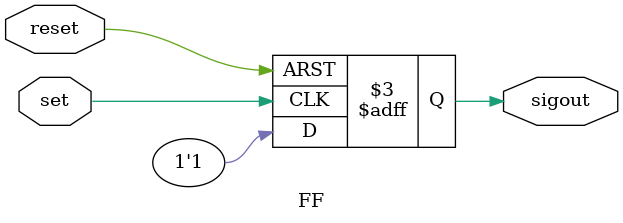
<source format=v>
`timescale 1ns / 1ps

module FF(input set, input reset, output reg sigout = 1'b0);
	 
	 always @(posedge set, posedge reset) begin
	   if(reset)
		  sigout <= 1'b0;
		else
		  sigout <= 1'b1;		
	 end

endmodule

</source>
